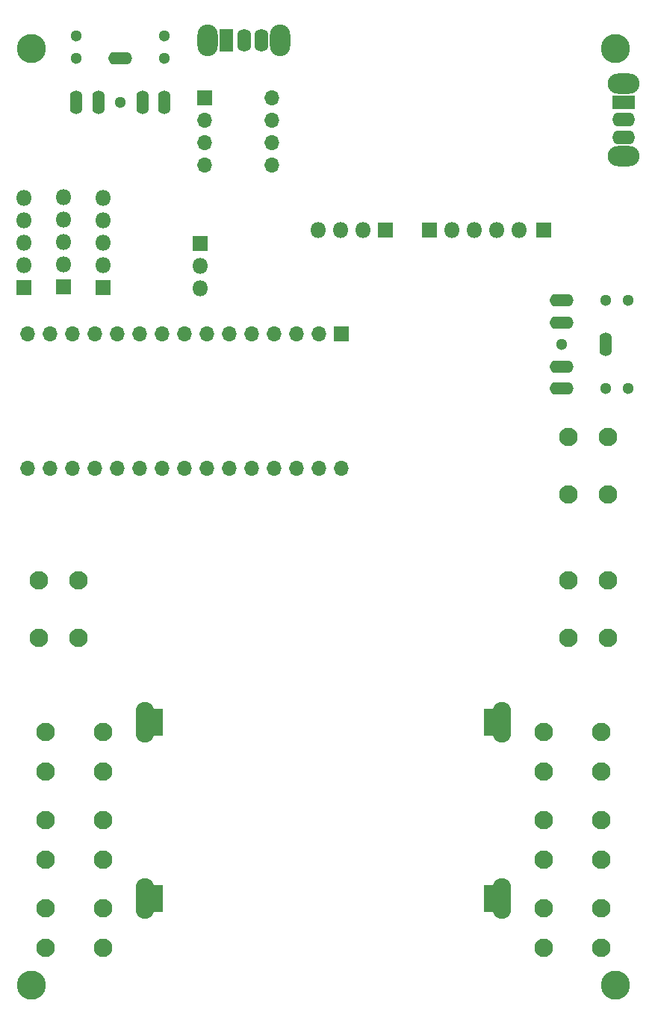
<source format=gbr>
%TF.GenerationSoftware,KiCad,Pcbnew,(5.1.6)-1*%
%TF.CreationDate,2021-02-27T16:06:52+00:00*%
%TF.ProjectId,FT817_buddy_v4,46543831-375f-4627-9564-64795f76342e,rev?*%
%TF.SameCoordinates,Original*%
%TF.FileFunction,Soldermask,Bot*%
%TF.FilePolarity,Negative*%
%FSLAX46Y46*%
G04 Gerber Fmt 4.6, Leading zero omitted, Abs format (unit mm)*
G04 Created by KiCad (PCBNEW (5.1.6)-1) date 2021-02-27 16:06:52*
%MOMM*%
%LPD*%
G01*
G04 APERTURE LIST*
%ADD10O,1.800000X1.800000*%
%ADD11R,1.800000X1.800000*%
%ADD12O,1.408000X2.716000*%
%ADD13O,2.716000X1.408000*%
%ADD14C,1.300000*%
%ADD15O,1.700000X1.700000*%
%ADD16R,1.700000X1.700000*%
%ADD17C,3.300000*%
%ADD18C,1.600000*%
%ADD19O,2.100000X4.600000*%
%ADD20R,1.600000X3.100000*%
%ADD21C,2.100000*%
%ADD22O,3.600000X2.300000*%
%ADD23O,2.600000X1.600000*%
%ADD24R,2.600000X1.600000*%
%ADD25O,2.300000X3.600000*%
%ADD26O,1.600000X2.600000*%
%ADD27R,1.600000X2.600000*%
G04 APERTURE END LIST*
D10*
%TO.C,J9*%
X136000000Y-45340000D03*
X136000000Y-47880000D03*
X136000000Y-50420000D03*
X136000000Y-52960000D03*
D11*
X136000000Y-55500000D03*
%TD*%
%TO.C,J7*%
X145000000Y-55540000D03*
D10*
X145000000Y-53000000D03*
X145000000Y-50460000D03*
X145000000Y-47920000D03*
X145000000Y-45380000D03*
%TD*%
%TO.C,J8*%
X140500000Y-45320000D03*
X140500000Y-47860000D03*
X140500000Y-50400000D03*
X140500000Y-52940000D03*
D11*
X140500000Y-55480000D03*
%TD*%
D12*
%TO.C,J3*%
X202000000Y-62000000D03*
D13*
X197000000Y-57000000D03*
X197000000Y-59500000D03*
X197000000Y-64500000D03*
X197000000Y-67000000D03*
D14*
X204500000Y-67000000D03*
X202000000Y-67000000D03*
X197000000Y-62000000D03*
X204500000Y-57000000D03*
X202000000Y-57000000D03*
%TD*%
D15*
%TO.C,A1*%
X136440000Y-76000000D03*
X136440000Y-60760000D03*
X172000000Y-76000000D03*
X138980000Y-60760000D03*
X169460000Y-76000000D03*
X141520000Y-60760000D03*
X166920000Y-76000000D03*
X144060000Y-60760000D03*
X164380000Y-76000000D03*
X146600000Y-60760000D03*
X161840000Y-76000000D03*
X149140000Y-60760000D03*
X159300000Y-76000000D03*
X151680000Y-60760000D03*
X156760000Y-76000000D03*
X154220000Y-60760000D03*
X154220000Y-76000000D03*
X156760000Y-60760000D03*
X151680000Y-76000000D03*
X159300000Y-60760000D03*
X149140000Y-76000000D03*
X161840000Y-60760000D03*
X146600000Y-76000000D03*
X164380000Y-60760000D03*
X144060000Y-76000000D03*
X166920000Y-60760000D03*
X141520000Y-76000000D03*
X169460000Y-60760000D03*
X138980000Y-76000000D03*
D16*
X172000000Y-60760000D03*
%TD*%
D10*
%TO.C,J6*%
X156000000Y-55580000D03*
X156000000Y-53040000D03*
D11*
X156000000Y-50500000D03*
%TD*%
D17*
%TO.C,REF\u002A\u002A*%
X136900000Y-28400000D03*
%TD*%
%TO.C,REF\u002A\u002A*%
X203100000Y-28400000D03*
%TD*%
%TO.C,REF\u002A\u002A*%
X203100000Y-134600000D03*
%TD*%
%TO.C,REF\u002A\u002A*%
X136900000Y-134600000D03*
%TD*%
D11*
%TO.C,J5*%
X195000000Y-49000000D03*
%TD*%
D10*
%TO.C,U2*%
X169380000Y-49000000D03*
X171920000Y-49000000D03*
X174460000Y-49000000D03*
D11*
X177000000Y-49000000D03*
%TD*%
D18*
%TO.C,U4*%
X190250000Y-104050000D03*
X190250000Y-106050000D03*
X190250000Y-103550000D03*
D19*
X149750000Y-104800000D03*
X190250000Y-104800000D03*
X149750000Y-124800000D03*
X190250000Y-124800000D03*
D20*
X151000000Y-104800000D03*
X151000000Y-124800000D03*
X189000000Y-124800000D03*
X189000000Y-104800000D03*
D18*
X190250000Y-105300000D03*
X190250000Y-123550000D03*
X190250000Y-126050000D03*
X149750000Y-104050000D03*
X149750000Y-103550000D03*
X149750000Y-105550000D03*
X149750000Y-106050000D03*
X149750000Y-123550000D03*
X149750000Y-126050000D03*
X149750000Y-124300000D03*
X149750000Y-125550000D03*
X190250000Y-124050000D03*
X190250000Y-125300000D03*
%TD*%
D10*
%TO.C,J1*%
X192160000Y-49000000D03*
X189620000Y-49000000D03*
X187080000Y-49000000D03*
X184540000Y-49000000D03*
D11*
X182000000Y-49000000D03*
%TD*%
D15*
%TO.C,J4*%
X164120000Y-34000000D03*
X156500000Y-41620000D03*
X164120000Y-36540000D03*
X156500000Y-39080000D03*
X164120000Y-39080000D03*
X156500000Y-36540000D03*
X164120000Y-41620000D03*
D16*
X156500000Y-34000000D03*
%TD*%
D21*
%TO.C,SW1*%
X138500000Y-110400000D03*
X138500000Y-105900000D03*
X145000000Y-110400000D03*
X145000000Y-105900000D03*
%TD*%
%TO.C,SW2*%
X138500000Y-120400000D03*
X138500000Y-115900000D03*
X145000000Y-120400000D03*
X145000000Y-115900000D03*
%TD*%
%TO.C,SW3*%
X138500000Y-130400000D03*
X138500000Y-125900000D03*
X145000000Y-130400000D03*
X145000000Y-125900000D03*
%TD*%
%TO.C,SW4*%
X201500000Y-105900000D03*
X201500000Y-110400000D03*
X195000000Y-105900000D03*
X195000000Y-110400000D03*
%TD*%
%TO.C,SW5*%
X201500000Y-115900000D03*
X201500000Y-120400000D03*
X195000000Y-115900000D03*
X195000000Y-120400000D03*
%TD*%
%TO.C,SW6*%
X201500000Y-125900000D03*
X201500000Y-130400000D03*
X195000000Y-125900000D03*
X195000000Y-130400000D03*
%TD*%
%TO.C,SW7*%
X137750000Y-88750000D03*
X142250000Y-88750000D03*
X137750000Y-95250000D03*
X142250000Y-95250000D03*
%TD*%
%TO.C,SW8*%
X197750000Y-72500000D03*
X202250000Y-72500000D03*
X197750000Y-79000000D03*
X202250000Y-79000000D03*
%TD*%
%TO.C,SW9*%
X197750000Y-88750000D03*
X202250000Y-88750000D03*
X197750000Y-95250000D03*
X202250000Y-95250000D03*
%TD*%
D22*
%TO.C,SW10*%
X204000000Y-40600000D03*
X204000000Y-32400000D03*
D23*
X204000000Y-38500000D03*
X204000000Y-36500000D03*
D24*
X204000000Y-34500000D03*
%TD*%
D25*
%TO.C,SW11*%
X165100000Y-27500000D03*
X156900000Y-27500000D03*
D26*
X163000000Y-27500000D03*
X161000000Y-27500000D03*
D27*
X159000000Y-27500000D03*
%TD*%
D14*
%TO.C,J2*%
X142000000Y-29500000D03*
X142000000Y-27000000D03*
X147000000Y-34500000D03*
X152000000Y-29500000D03*
X152000000Y-27000000D03*
D12*
X152000000Y-34500000D03*
X149500000Y-34500000D03*
X144500000Y-34500000D03*
X142000000Y-34500000D03*
D13*
X147000000Y-29500000D03*
%TD*%
M02*

</source>
